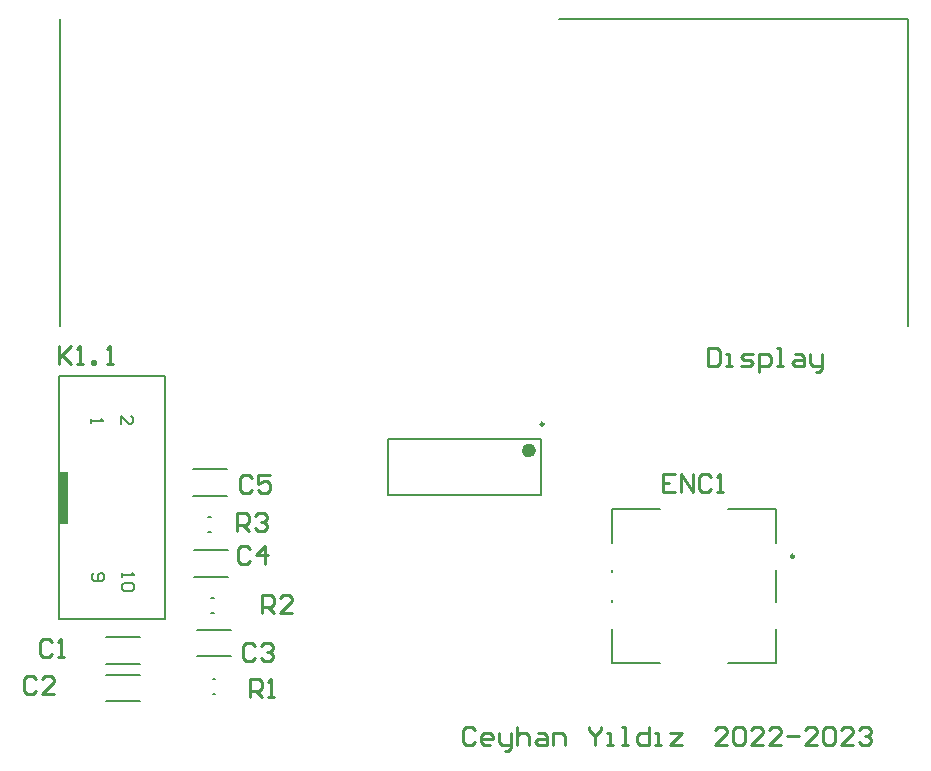
<source format=gto>
G04*
G04 #@! TF.GenerationSoftware,Altium Limited,Altium Designer,23.3.1 (30)*
G04*
G04 Layer_Color=65535*
%FSLAX44Y44*%
%MOMM*%
G71*
G04*
G04 #@! TF.SameCoordinates,9D1C814F-3D62-4E25-A1EC-C7D894C9282A*
G04*
G04*
G04 #@! TF.FilePolarity,Positive*
G04*
G01*
G75*
%ADD10C,0.2500*%
%ADD11C,0.6000*%
%ADD12C,0.2000*%
%ADD13C,0.2540*%
%ADD14C,0.1524*%
%ADD15R,0.8000X4.5000*%
D10*
X678860Y175010D02*
G03*
X678860Y175010I-1250J0D01*
G01*
X466734Y286944D02*
G03*
X466734Y286944I-1250J0D01*
G01*
D11*
X457334Y264694D02*
G03*
X457334Y264694I-3000J0D01*
G01*
D12*
X623110Y215010D02*
X663860D01*
X524860D02*
X565610D01*
X524860Y85010D02*
Y113510D01*
Y136510D02*
Y138510D01*
Y161510D02*
Y163510D01*
Y186510D02*
Y215010D01*
X623110Y85010D02*
X663860D01*
X524860D02*
X565610D01*
X663860D02*
Y113510D01*
Y136510D02*
Y163510D01*
Y186510D02*
Y215010D01*
X480060Y629850D02*
X775310D01*
Y370350D02*
Y629850D01*
X57810Y370350D02*
Y629850D01*
X186960Y58520D02*
X188960D01*
X186960Y71020D02*
X188960D01*
X173041Y90319D02*
X202103D01*
X173041Y112881D02*
X202103D01*
X185690Y127100D02*
X187690D01*
X185690Y139600D02*
X187690D01*
X170889Y157629D02*
X199951D01*
X170889Y180191D02*
X199951D01*
X183150Y195680D02*
X185150D01*
X183150Y208180D02*
X185150D01*
X169619Y226209D02*
X198681D01*
X169619Y248771D02*
X198681D01*
X96347Y83969D02*
X125409D01*
X96347Y106531D02*
X125409D01*
X95959Y74781D02*
X125021D01*
X95959Y52219D02*
X125021D01*
X335334Y274694D02*
X464334D01*
X335334Y226694D02*
X464334D01*
Y274694D01*
X335334Y226694D02*
Y274694D01*
X56600Y121990D02*
X146600D01*
Y327590D01*
X56600Y121990D02*
Y327590D01*
X146600D01*
D13*
X622297Y15240D02*
X612140D01*
X622297Y25397D01*
Y27936D01*
X619757Y30475D01*
X614679D01*
X612140Y27936D01*
X627375D02*
X629914Y30475D01*
X634993D01*
X637532Y27936D01*
Y17779D01*
X634993Y15240D01*
X629914D01*
X627375Y17779D01*
Y27936D01*
X652767Y15240D02*
X642610D01*
X652767Y25397D01*
Y27936D01*
X650228Y30475D01*
X645149D01*
X642610Y27936D01*
X668002Y15240D02*
X657845D01*
X668002Y25397D01*
Y27936D01*
X665463Y30475D01*
X660384D01*
X657845Y27936D01*
X673080Y22857D02*
X683237D01*
X698472Y15240D02*
X688315D01*
X698472Y25397D01*
Y27936D01*
X695933Y30475D01*
X690854D01*
X688315Y27936D01*
X703550D02*
X706090Y30475D01*
X711168D01*
X713707Y27936D01*
Y17779D01*
X711168Y15240D01*
X706090D01*
X703550Y17779D01*
Y27936D01*
X728942Y15240D02*
X718785D01*
X728942Y25397D01*
Y27936D01*
X726403Y30475D01*
X721325D01*
X718785Y27936D01*
X734021D02*
X736560Y30475D01*
X741638D01*
X744177Y27936D01*
Y25397D01*
X741638Y22857D01*
X739099D01*
X741638D01*
X744177Y20318D01*
Y17779D01*
X741638Y15240D01*
X736560D01*
X734021Y17779D01*
X408937Y27934D02*
X406398Y30473D01*
X401319D01*
X398780Y27934D01*
Y17778D01*
X401319Y15238D01*
X406398D01*
X408937Y17778D01*
X421633Y15238D02*
X416554D01*
X414015Y17778D01*
Y22856D01*
X416554Y25395D01*
X421633D01*
X424172Y22856D01*
Y20317D01*
X414015D01*
X429250Y25395D02*
Y17778D01*
X431789Y15238D01*
X439407D01*
Y12699D01*
X436868Y10160D01*
X434328D01*
X439407Y15238D02*
Y25395D01*
X444485Y30473D02*
Y15238D01*
Y22856D01*
X447024Y25395D01*
X452103D01*
X454642Y22856D01*
Y15238D01*
X462259Y25395D02*
X467338D01*
X469877Y22856D01*
Y15238D01*
X462259D01*
X459720Y17778D01*
X462259Y20317D01*
X469877D01*
X474955Y15238D02*
Y25395D01*
X482573D01*
X485112Y22856D01*
Y15238D01*
X505425Y30473D02*
Y27934D01*
X510504Y22856D01*
X515582Y27934D01*
Y30473D01*
X510504Y22856D02*
Y15238D01*
X520661D02*
X525739D01*
X523200D01*
Y25395D01*
X520661D01*
X533357Y15238D02*
X538435D01*
X535896D01*
Y30473D01*
X533357D01*
X556209D02*
Y15238D01*
X548591D01*
X546052Y17778D01*
Y22856D01*
X548591Y25395D01*
X556209D01*
X561287Y15238D02*
X566366D01*
X563827D01*
Y25395D01*
X561287D01*
X573983D02*
X584140D01*
X573983Y15238D01*
X584140D01*
X218441Y181608D02*
X215902Y184147D01*
X210823D01*
X208284Y181608D01*
Y171452D01*
X210823Y168913D01*
X215902D01*
X218441Y171452D01*
X231137Y168913D02*
Y184147D01*
X223519Y176530D01*
X233676D01*
X207014Y196852D02*
Y212087D01*
X214632D01*
X217171Y209548D01*
Y204470D01*
X214632Y201931D01*
X207014D01*
X212092D02*
X217171Y196852D01*
X222249Y209548D02*
X224788Y212087D01*
X229867D01*
X232406Y209548D01*
Y207009D01*
X229867Y204470D01*
X227327D01*
X229867D01*
X232406Y201931D01*
Y199392D01*
X229867Y196852D01*
X224788D01*
X222249Y199392D01*
X228604Y127002D02*
Y142238D01*
X236222D01*
X238761Y139698D01*
Y134620D01*
X236222Y132081D01*
X228604D01*
X233682D02*
X238761Y127002D01*
X253996D02*
X243839D01*
X253996Y137159D01*
Y139698D01*
X251457Y142238D01*
X246378D01*
X243839Y139698D01*
X218443Y55883D02*
Y71118D01*
X226061D01*
X228600Y68578D01*
Y63500D01*
X226061Y60961D01*
X218443D01*
X223522D02*
X228600Y55883D01*
X233678D02*
X238757D01*
X236218D01*
Y71118D01*
X233678Y68578D01*
X56896Y352801D02*
Y337566D01*
Y342644D01*
X67053Y352801D01*
X59435Y345183D01*
X67053Y337566D01*
X72131D02*
X77209D01*
X74670D01*
Y352801D01*
X72131Y350262D01*
X84827Y337566D02*
Y340105D01*
X87366D01*
Y337566D01*
X84827D01*
X97523D02*
X102601D01*
X100062D01*
Y352801D01*
X97523Y350262D01*
X577855Y245107D02*
X567698D01*
Y229872D01*
X577855D01*
X567698Y237490D02*
X572777D01*
X582933Y229872D02*
Y245107D01*
X593090Y229872D01*
Y245107D01*
X608325Y242568D02*
X605786Y245107D01*
X600708D01*
X598168Y242568D01*
Y232412D01*
X600708Y229872D01*
X605786D01*
X608325Y232412D01*
X613403Y229872D02*
X618482D01*
X615943D01*
Y245107D01*
X613403Y242568D01*
X605806Y351787D02*
Y336552D01*
X613423D01*
X615962Y339091D01*
Y349248D01*
X613423Y351787D01*
X605806D01*
X621041Y336552D02*
X626119D01*
X623580D01*
Y346708D01*
X621041D01*
X633737Y336552D02*
X641354D01*
X643893Y339091D01*
X641354Y341630D01*
X636276D01*
X633737Y344169D01*
X636276Y346708D01*
X643893D01*
X648972Y331473D02*
Y346708D01*
X656589D01*
X659128Y344169D01*
Y339091D01*
X656589Y336552D01*
X648972D01*
X664207D02*
X669285D01*
X666746D01*
Y351787D01*
X664207D01*
X679442Y346708D02*
X684520D01*
X687059Y344169D01*
Y336552D01*
X679442D01*
X676903Y339091D01*
X679442Y341630D01*
X687059D01*
X692138Y346708D02*
Y339091D01*
X694677Y336552D01*
X702294D01*
Y334012D01*
X699755Y331473D01*
X697216D01*
X702294Y336552D02*
Y346708D01*
X219711Y241298D02*
X217172Y243838D01*
X212093D01*
X209554Y241298D01*
Y231142D01*
X212093Y228603D01*
X217172D01*
X219711Y231142D01*
X234946Y243838D02*
X224789D01*
Y236220D01*
X229867Y238759D01*
X232407D01*
X234946Y236220D01*
Y231142D01*
X232407Y228603D01*
X227328D01*
X224789Y231142D01*
X222251Y99058D02*
X219712Y101597D01*
X214633D01*
X212094Y99058D01*
Y88902D01*
X214633Y86362D01*
X219712D01*
X222251Y88902D01*
X227329Y99058D02*
X229868Y101597D01*
X234947D01*
X237486Y99058D01*
Y96519D01*
X234947Y93980D01*
X232407D01*
X234947D01*
X237486Y91441D01*
Y88902D01*
X234947Y86362D01*
X229868D01*
X227329Y88902D01*
X36831Y71118D02*
X34292Y73657D01*
X29213D01*
X26674Y71118D01*
Y60962D01*
X29213Y58422D01*
X34292D01*
X36831Y60962D01*
X52066Y58422D02*
X41909D01*
X52066Y68579D01*
Y71118D01*
X49527Y73657D01*
X44448D01*
X41909Y71118D01*
X50800Y102868D02*
X48261Y105407D01*
X43183D01*
X40643Y102868D01*
Y92712D01*
X43183Y90173D01*
X48261D01*
X50800Y92712D01*
X55878Y90173D02*
X60957D01*
X58418D01*
Y105407D01*
X55878Y102868D01*
D14*
X83600Y291190D02*
Y287804D01*
Y289497D01*
X93757D01*
X92064Y291190D01*
X109000Y287419D02*
Y294190D01*
X115771Y287419D01*
X117464D01*
X119157Y289112D01*
Y292497D01*
X117464Y294190D01*
X109600Y161390D02*
Y158004D01*
Y159697D01*
X119757D01*
X118064Y161390D01*
Y152926D02*
X119757Y151233D01*
Y147848D01*
X118064Y146155D01*
X111293D01*
X109600Y147848D01*
Y151233D01*
X111293Y152926D01*
X118064D01*
X85893Y161390D02*
X84200Y159697D01*
Y156312D01*
X85893Y154619D01*
X92664D01*
X94357Y156312D01*
Y159697D01*
X92664Y161390D01*
X90971D01*
X89278Y159697D01*
Y154619D01*
D15*
X60600Y224790D02*
D03*
M02*

</source>
